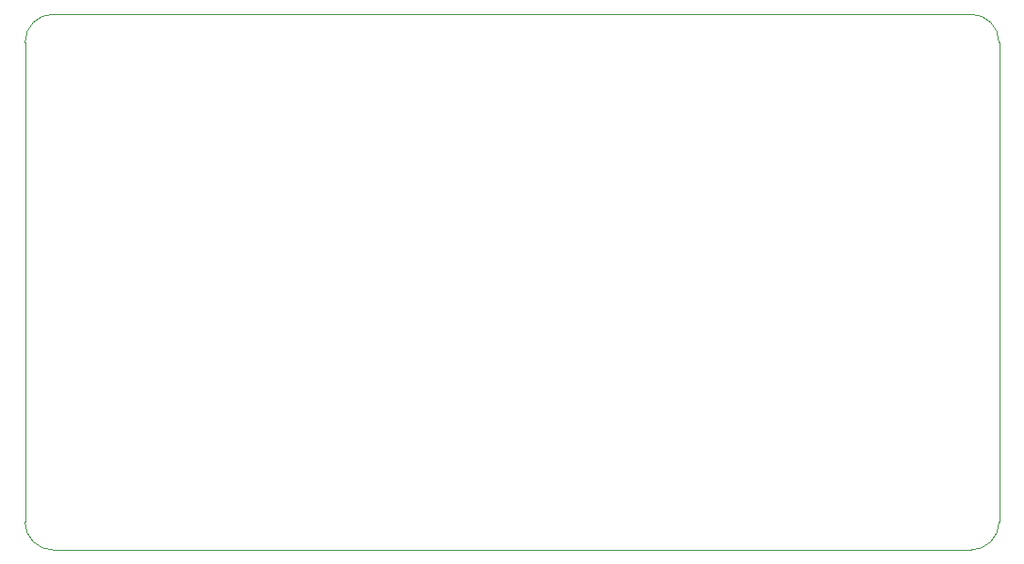
<source format=gm1>
%TF.GenerationSoftware,KiCad,Pcbnew,(6.0.10-0)*%
%TF.CreationDate,2023-01-19T22:09:39-05:00*%
%TF.ProjectId,Tang Primer 20k HD6309 Board,54616e67-2050-4726-996d-65722032306b,rev?*%
%TF.SameCoordinates,Original*%
%TF.FileFunction,Profile,NP*%
%FSLAX46Y46*%
G04 Gerber Fmt 4.6, Leading zero omitted, Abs format (unit mm)*
G04 Created by KiCad (PCBNEW (6.0.10-0)) date 2023-01-19 22:09:39*
%MOMM*%
%LPD*%
G01*
G04 APERTURE LIST*
%TA.AperFunction,Profile*%
%ADD10C,0.100000*%
%TD*%
G04 APERTURE END LIST*
D10*
X116840000Y-62230000D02*
X116840000Y-105410000D01*
X116840000Y-62230000D02*
G75*
G03*
X114300000Y-59690000I-2540000J0D01*
G01*
X31750000Y-59690000D02*
X114300000Y-59690000D01*
X29210000Y-62230000D02*
X29210000Y-105410000D01*
X29210000Y-105410000D02*
G75*
G03*
X31750000Y-107950000I2540000J0D01*
G01*
X31750000Y-59690000D02*
G75*
G03*
X29210000Y-62230000I0J-2540000D01*
G01*
X114300000Y-107950000D02*
G75*
G03*
X116840000Y-105410000I0J2540000D01*
G01*
X114300000Y-107950000D02*
X31750000Y-107950000D01*
M02*

</source>
